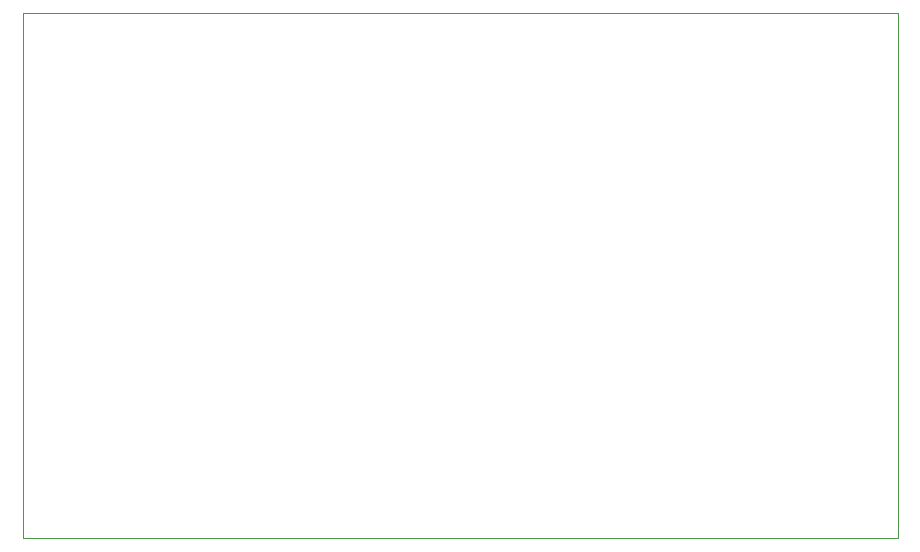
<source format=gbr>
G04 #@! TF.FileFunction,Profile,NP*
%FSLAX46Y46*%
G04 Gerber Fmt 4.6, Leading zero omitted, Abs format (unit mm)*
G04 Created by KiCad (PCBNEW 4.0.5) date Sunday, June 18, 2017 'PMt' 06:21:00 PM*
%MOMM*%
%LPD*%
G01*
G04 APERTURE LIST*
%ADD10C,1.500000*%
%ADD11C,0.100000*%
G04 APERTURE END LIST*
D10*
D11*
X110490000Y-149400000D02*
X110490000Y-104950000D01*
X184610000Y-149400000D02*
X110490000Y-149400000D01*
X184610000Y-104950000D02*
X184610000Y-149400000D01*
X110490000Y-104950000D02*
X184610000Y-104950000D01*
M02*

</source>
